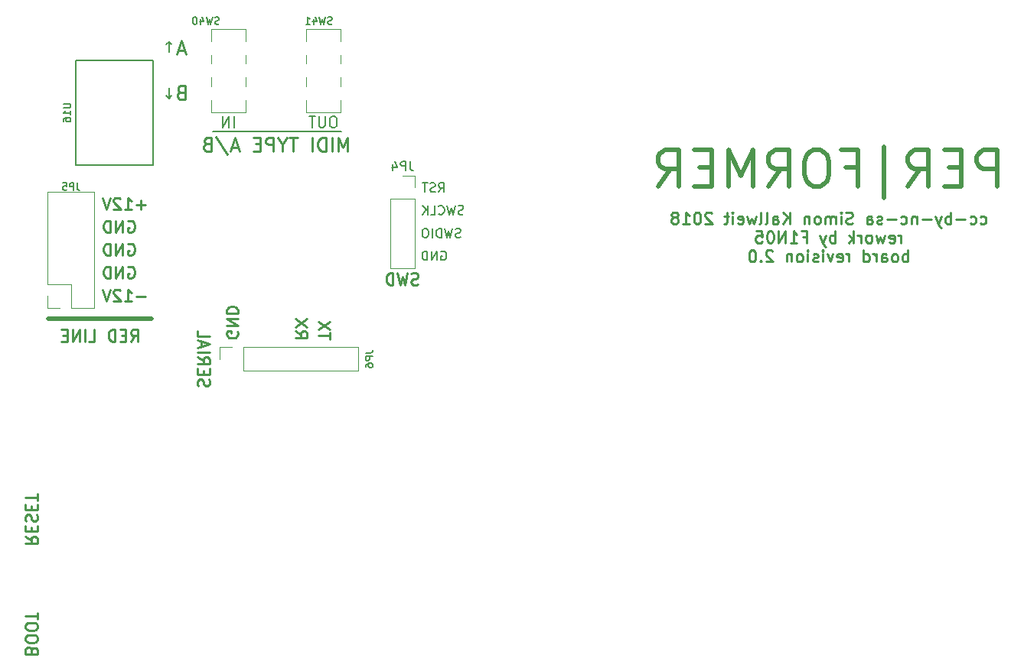
<source format=gbo>
G04 #@! TF.GenerationSoftware,KiCad,Pcbnew,6.0.1-79c1e3a40b~116~ubuntu21.04.1*
G04 #@! TF.CreationDate,2023-10-19T20:46:09+02:00*
G04 #@! TF.ProjectId,sequencer,73657175-656e-4636-9572-2e6b69636164,1.1*
G04 #@! TF.SameCoordinates,Original*
G04 #@! TF.FileFunction,Legend,Bot*
G04 #@! TF.FilePolarity,Positive*
%FSLAX46Y46*%
G04 Gerber Fmt 4.6, Leading zero omitted, Abs format (unit mm)*
G04 Created by KiCad (PCBNEW 6.0.1-79c1e3a40b~116~ubuntu21.04.1) date 2023-10-19 20:46:09*
%MOMM*%
%LPD*%
G01*
G04 APERTURE LIST*
%ADD10C,0.500000*%
%ADD11C,0.150000*%
%ADD12C,0.250000*%
%ADD13C,0.200000*%
%ADD14C,0.127000*%
%ADD15C,0.120000*%
G04 APERTURE END LIST*
D10*
X81280000Y-85725000D02*
X92710000Y-85725000D01*
D11*
X99500000Y-64970000D02*
X113750000Y-64970000D01*
D12*
X112471904Y-87978690D02*
X112471904Y-87235833D01*
X111171904Y-87607261D02*
X112471904Y-87607261D01*
X112471904Y-86926309D02*
X111171904Y-86059642D01*
X112471904Y-86059642D02*
X111171904Y-86926309D01*
X102250000Y-87112023D02*
X102311904Y-87235833D01*
X102311904Y-87421547D01*
X102250000Y-87607261D01*
X102126190Y-87731071D01*
X102002380Y-87792976D01*
X101754761Y-87854880D01*
X101569047Y-87854880D01*
X101321428Y-87792976D01*
X101197619Y-87731071D01*
X101073809Y-87607261D01*
X101011904Y-87421547D01*
X101011904Y-87297738D01*
X101073809Y-87112023D01*
X101135714Y-87050119D01*
X101569047Y-87050119D01*
X101569047Y-87297738D01*
X101011904Y-86492976D02*
X102311904Y-86492976D01*
X101011904Y-85750119D01*
X102311904Y-85750119D01*
X101011904Y-85131071D02*
X102311904Y-85131071D01*
X102311904Y-84821547D01*
X102250000Y-84635833D01*
X102126190Y-84512023D01*
X102002380Y-84450119D01*
X101754761Y-84388214D01*
X101569047Y-84388214D01*
X101321428Y-84450119D01*
X101197619Y-84512023D01*
X101073809Y-84635833D01*
X101011904Y-84821547D01*
X101011904Y-85131071D01*
X90128928Y-77455000D02*
X90252738Y-77393095D01*
X90438452Y-77393095D01*
X90624166Y-77455000D01*
X90747976Y-77578809D01*
X90809880Y-77702619D01*
X90871785Y-77950238D01*
X90871785Y-78135952D01*
X90809880Y-78383571D01*
X90747976Y-78507380D01*
X90624166Y-78631190D01*
X90438452Y-78693095D01*
X90314642Y-78693095D01*
X90128928Y-78631190D01*
X90067023Y-78569285D01*
X90067023Y-78135952D01*
X90314642Y-78135952D01*
X89509880Y-78693095D02*
X89509880Y-77393095D01*
X88767023Y-78693095D01*
X88767023Y-77393095D01*
X88147976Y-78693095D02*
X88147976Y-77393095D01*
X87838452Y-77393095D01*
X87652738Y-77455000D01*
X87528928Y-77578809D01*
X87467023Y-77702619D01*
X87405119Y-77950238D01*
X87405119Y-78135952D01*
X87467023Y-78383571D01*
X87528928Y-78507380D01*
X87652738Y-78631190D01*
X87838452Y-78693095D01*
X88147976Y-78693095D01*
X90128928Y-74915000D02*
X90252738Y-74853095D01*
X90438452Y-74853095D01*
X90624166Y-74915000D01*
X90747976Y-75038809D01*
X90809880Y-75162619D01*
X90871785Y-75410238D01*
X90871785Y-75595952D01*
X90809880Y-75843571D01*
X90747976Y-75967380D01*
X90624166Y-76091190D01*
X90438452Y-76153095D01*
X90314642Y-76153095D01*
X90128928Y-76091190D01*
X90067023Y-76029285D01*
X90067023Y-75595952D01*
X90314642Y-75595952D01*
X89509880Y-76153095D02*
X89509880Y-74853095D01*
X88767023Y-76153095D01*
X88767023Y-74853095D01*
X88147976Y-76153095D02*
X88147976Y-74853095D01*
X87838452Y-74853095D01*
X87652738Y-74915000D01*
X87528928Y-75038809D01*
X87467023Y-75162619D01*
X87405119Y-75410238D01*
X87405119Y-75595952D01*
X87467023Y-75843571D01*
X87528928Y-75967380D01*
X87652738Y-76091190D01*
X87838452Y-76153095D01*
X88147976Y-76153095D01*
X92047976Y-83277857D02*
X91057500Y-83277857D01*
X89757500Y-83773095D02*
X90500357Y-83773095D01*
X90128928Y-83773095D02*
X90128928Y-82473095D01*
X90252738Y-82658809D01*
X90376547Y-82782619D01*
X90500357Y-82844523D01*
X89262261Y-82596904D02*
X89200357Y-82535000D01*
X89076547Y-82473095D01*
X88767023Y-82473095D01*
X88643214Y-82535000D01*
X88581309Y-82596904D01*
X88519404Y-82720714D01*
X88519404Y-82844523D01*
X88581309Y-83030238D01*
X89324166Y-83773095D01*
X88519404Y-83773095D01*
X88147976Y-82473095D02*
X87714642Y-83773095D01*
X87281309Y-82473095D01*
X92047976Y-73117857D02*
X91057500Y-73117857D01*
X91552738Y-73613095D02*
X91552738Y-72622619D01*
X89757500Y-73613095D02*
X90500357Y-73613095D01*
X90128928Y-73613095D02*
X90128928Y-72313095D01*
X90252738Y-72498809D01*
X90376547Y-72622619D01*
X90500357Y-72684523D01*
X89262261Y-72436904D02*
X89200357Y-72375000D01*
X89076547Y-72313095D01*
X88767023Y-72313095D01*
X88643214Y-72375000D01*
X88581309Y-72436904D01*
X88519404Y-72560714D01*
X88519404Y-72684523D01*
X88581309Y-72870238D01*
X89324166Y-73613095D01*
X88519404Y-73613095D01*
X88147976Y-72313095D02*
X87714642Y-73613095D01*
X87281309Y-72313095D01*
X97898809Y-93172380D02*
X97836904Y-92986666D01*
X97836904Y-92677142D01*
X97898809Y-92553333D01*
X97960714Y-92491428D01*
X98084523Y-92429523D01*
X98208333Y-92429523D01*
X98332142Y-92491428D01*
X98394047Y-92553333D01*
X98455952Y-92677142D01*
X98517857Y-92924761D01*
X98579761Y-93048571D01*
X98641666Y-93110476D01*
X98765476Y-93172380D01*
X98889285Y-93172380D01*
X99013095Y-93110476D01*
X99075000Y-93048571D01*
X99136904Y-92924761D01*
X99136904Y-92615238D01*
X99075000Y-92429523D01*
X98517857Y-91872380D02*
X98517857Y-91439047D01*
X97836904Y-91253333D02*
X97836904Y-91872380D01*
X99136904Y-91872380D01*
X99136904Y-91253333D01*
X97836904Y-89953333D02*
X98455952Y-90386666D01*
X97836904Y-90696190D02*
X99136904Y-90696190D01*
X99136904Y-90200952D01*
X99075000Y-90077142D01*
X99013095Y-90015238D01*
X98889285Y-89953333D01*
X98703571Y-89953333D01*
X98579761Y-90015238D01*
X98517857Y-90077142D01*
X98455952Y-90200952D01*
X98455952Y-90696190D01*
X97836904Y-89396190D02*
X99136904Y-89396190D01*
X98208333Y-88839047D02*
X98208333Y-88220000D01*
X97836904Y-88962857D02*
X99136904Y-88529523D01*
X97836904Y-88096190D01*
X97836904Y-87043809D02*
X97836904Y-87662857D01*
X99136904Y-87662857D01*
X78786904Y-109838095D02*
X79405952Y-110271428D01*
X78786904Y-110580952D02*
X80086904Y-110580952D01*
X80086904Y-110085714D01*
X80025000Y-109961904D01*
X79963095Y-109900000D01*
X79839285Y-109838095D01*
X79653571Y-109838095D01*
X79529761Y-109900000D01*
X79467857Y-109961904D01*
X79405952Y-110085714D01*
X79405952Y-110580952D01*
X79467857Y-109280952D02*
X79467857Y-108847619D01*
X78786904Y-108661904D02*
X78786904Y-109280952D01*
X80086904Y-109280952D01*
X80086904Y-108661904D01*
X78848809Y-108166666D02*
X78786904Y-107980952D01*
X78786904Y-107671428D01*
X78848809Y-107547619D01*
X78910714Y-107485714D01*
X79034523Y-107423809D01*
X79158333Y-107423809D01*
X79282142Y-107485714D01*
X79344047Y-107547619D01*
X79405952Y-107671428D01*
X79467857Y-107919047D01*
X79529761Y-108042857D01*
X79591666Y-108104761D01*
X79715476Y-108166666D01*
X79839285Y-108166666D01*
X79963095Y-108104761D01*
X80025000Y-108042857D01*
X80086904Y-107919047D01*
X80086904Y-107609523D01*
X80025000Y-107423809D01*
X79467857Y-106866666D02*
X79467857Y-106433333D01*
X78786904Y-106247619D02*
X78786904Y-106866666D01*
X80086904Y-106866666D01*
X80086904Y-106247619D01*
X80086904Y-105876190D02*
X80086904Y-105133333D01*
X78786904Y-105504761D02*
X80086904Y-105504761D01*
X79467857Y-122414285D02*
X79405952Y-122228571D01*
X79344047Y-122166666D01*
X79220238Y-122104761D01*
X79034523Y-122104761D01*
X78910714Y-122166666D01*
X78848809Y-122228571D01*
X78786904Y-122352380D01*
X78786904Y-122847619D01*
X80086904Y-122847619D01*
X80086904Y-122414285D01*
X80025000Y-122290476D01*
X79963095Y-122228571D01*
X79839285Y-122166666D01*
X79715476Y-122166666D01*
X79591666Y-122228571D01*
X79529761Y-122290476D01*
X79467857Y-122414285D01*
X79467857Y-122847619D01*
X80086904Y-121300000D02*
X80086904Y-121052380D01*
X80025000Y-120928571D01*
X79901190Y-120804761D01*
X79653571Y-120742857D01*
X79220238Y-120742857D01*
X78972619Y-120804761D01*
X78848809Y-120928571D01*
X78786904Y-121052380D01*
X78786904Y-121300000D01*
X78848809Y-121423809D01*
X78972619Y-121547619D01*
X79220238Y-121609523D01*
X79653571Y-121609523D01*
X79901190Y-121547619D01*
X80025000Y-121423809D01*
X80086904Y-121300000D01*
X80086904Y-119938095D02*
X80086904Y-119690476D01*
X80025000Y-119566666D01*
X79901190Y-119442857D01*
X79653571Y-119380952D01*
X79220238Y-119380952D01*
X78972619Y-119442857D01*
X78848809Y-119566666D01*
X78786904Y-119690476D01*
X78786904Y-119938095D01*
X78848809Y-120061904D01*
X78972619Y-120185714D01*
X79220238Y-120247619D01*
X79653571Y-120247619D01*
X79901190Y-120185714D01*
X80025000Y-120061904D01*
X80086904Y-119938095D01*
X80086904Y-119009523D02*
X80086904Y-118266666D01*
X78786904Y-118638095D02*
X80086904Y-118638095D01*
X96407142Y-55970000D02*
X95692857Y-55970000D01*
X96550000Y-56398571D02*
X96050000Y-54898571D01*
X95550000Y-56398571D01*
X95942857Y-60612857D02*
X95728571Y-60684285D01*
X95657142Y-60755714D01*
X95585714Y-60898571D01*
X95585714Y-61112857D01*
X95657142Y-61255714D01*
X95728571Y-61327142D01*
X95871428Y-61398571D01*
X96442857Y-61398571D01*
X96442857Y-59898571D01*
X95942857Y-59898571D01*
X95800000Y-59970000D01*
X95728571Y-60041428D01*
X95657142Y-60184285D01*
X95657142Y-60327142D01*
X95728571Y-60470000D01*
X95800000Y-60541428D01*
X95942857Y-60612857D01*
X96442857Y-60612857D01*
D13*
X94650000Y-56184285D02*
X94650000Y-55041428D01*
X94935714Y-55327142D02*
X94650000Y-55041428D01*
X94364285Y-55327142D01*
D12*
X90128928Y-79995000D02*
X90252738Y-79933095D01*
X90438452Y-79933095D01*
X90624166Y-79995000D01*
X90747976Y-80118809D01*
X90809880Y-80242619D01*
X90871785Y-80490238D01*
X90871785Y-80675952D01*
X90809880Y-80923571D01*
X90747976Y-81047380D01*
X90624166Y-81171190D01*
X90438452Y-81233095D01*
X90314642Y-81233095D01*
X90128928Y-81171190D01*
X90067023Y-81109285D01*
X90067023Y-80675952D01*
X90314642Y-80675952D01*
X89509880Y-81233095D02*
X89509880Y-79933095D01*
X88767023Y-81233095D01*
X88767023Y-79933095D01*
X88147976Y-81233095D02*
X88147976Y-79933095D01*
X87838452Y-79933095D01*
X87652738Y-79995000D01*
X87528928Y-80118809D01*
X87467023Y-80242619D01*
X87405119Y-80490238D01*
X87405119Y-80675952D01*
X87467023Y-80923571D01*
X87528928Y-81047380D01*
X87652738Y-81171190D01*
X87838452Y-81233095D01*
X88147976Y-81233095D01*
D13*
X126919047Y-76674761D02*
X126776190Y-76722380D01*
X126538095Y-76722380D01*
X126442857Y-76674761D01*
X126395238Y-76627142D01*
X126347619Y-76531904D01*
X126347619Y-76436666D01*
X126395238Y-76341428D01*
X126442857Y-76293809D01*
X126538095Y-76246190D01*
X126728571Y-76198571D01*
X126823809Y-76150952D01*
X126871428Y-76103333D01*
X126919047Y-76008095D01*
X126919047Y-75912857D01*
X126871428Y-75817619D01*
X126823809Y-75770000D01*
X126728571Y-75722380D01*
X126490476Y-75722380D01*
X126347619Y-75770000D01*
X126014285Y-75722380D02*
X125776190Y-76722380D01*
X125585714Y-76008095D01*
X125395238Y-76722380D01*
X125157142Y-75722380D01*
X124776190Y-76722380D02*
X124776190Y-75722380D01*
X124538095Y-75722380D01*
X124395238Y-75770000D01*
X124300000Y-75865238D01*
X124252380Y-75960476D01*
X124204761Y-76150952D01*
X124204761Y-76293809D01*
X124252380Y-76484285D01*
X124300000Y-76579523D01*
X124395238Y-76674761D01*
X124538095Y-76722380D01*
X124776190Y-76722380D01*
X123776190Y-76722380D02*
X123776190Y-75722380D01*
X123109523Y-75722380D02*
X122919047Y-75722380D01*
X122823809Y-75770000D01*
X122728571Y-75865238D01*
X122680952Y-76055714D01*
X122680952Y-76389047D01*
X122728571Y-76579523D01*
X122823809Y-76674761D01*
X122919047Y-76722380D01*
X123109523Y-76722380D01*
X123204761Y-76674761D01*
X123300000Y-76579523D01*
X123347619Y-76389047D01*
X123347619Y-76055714D01*
X123300000Y-75865238D01*
X123204761Y-75770000D01*
X123109523Y-75722380D01*
D12*
X90430714Y-88218095D02*
X90864047Y-87599047D01*
X91173571Y-88218095D02*
X91173571Y-86918095D01*
X90678333Y-86918095D01*
X90554523Y-86980000D01*
X90492619Y-87041904D01*
X90430714Y-87165714D01*
X90430714Y-87351428D01*
X90492619Y-87475238D01*
X90554523Y-87537142D01*
X90678333Y-87599047D01*
X91173571Y-87599047D01*
X89873571Y-87537142D02*
X89440238Y-87537142D01*
X89254523Y-88218095D02*
X89873571Y-88218095D01*
X89873571Y-86918095D01*
X89254523Y-86918095D01*
X88697380Y-88218095D02*
X88697380Y-86918095D01*
X88387857Y-86918095D01*
X88202142Y-86980000D01*
X88078333Y-87103809D01*
X88016428Y-87227619D01*
X87954523Y-87475238D01*
X87954523Y-87660952D01*
X88016428Y-87908571D01*
X88078333Y-88032380D01*
X88202142Y-88156190D01*
X88387857Y-88218095D01*
X88697380Y-88218095D01*
X85787857Y-88218095D02*
X86406904Y-88218095D01*
X86406904Y-86918095D01*
X85354523Y-88218095D02*
X85354523Y-86918095D01*
X84735476Y-88218095D02*
X84735476Y-86918095D01*
X83992619Y-88218095D01*
X83992619Y-86918095D01*
X83373571Y-87537142D02*
X82940238Y-87537142D01*
X82754523Y-88218095D02*
X83373571Y-88218095D01*
X83373571Y-86918095D01*
X82754523Y-86918095D01*
D13*
X124497619Y-71672380D02*
X124830952Y-71196190D01*
X125069047Y-71672380D02*
X125069047Y-70672380D01*
X124688095Y-70672380D01*
X124592857Y-70720000D01*
X124545238Y-70767619D01*
X124497619Y-70862857D01*
X124497619Y-71005714D01*
X124545238Y-71100952D01*
X124592857Y-71148571D01*
X124688095Y-71196190D01*
X125069047Y-71196190D01*
X124116666Y-71624761D02*
X123973809Y-71672380D01*
X123735714Y-71672380D01*
X123640476Y-71624761D01*
X123592857Y-71577142D01*
X123545238Y-71481904D01*
X123545238Y-71386666D01*
X123592857Y-71291428D01*
X123640476Y-71243809D01*
X123735714Y-71196190D01*
X123926190Y-71148571D01*
X124021428Y-71100952D01*
X124069047Y-71053333D01*
X124116666Y-70958095D01*
X124116666Y-70862857D01*
X124069047Y-70767619D01*
X124021428Y-70720000D01*
X123926190Y-70672380D01*
X123688095Y-70672380D01*
X123545238Y-70720000D01*
X123259523Y-70672380D02*
X122688095Y-70672380D01*
X122973809Y-71672380D02*
X122973809Y-70672380D01*
X101878571Y-64512857D02*
X101878571Y-63312857D01*
X101307142Y-64512857D02*
X101307142Y-63312857D01*
X100621428Y-64512857D01*
X100621428Y-63312857D01*
X112950000Y-63312857D02*
X112721428Y-63312857D01*
X112607142Y-63370000D01*
X112492857Y-63484285D01*
X112435714Y-63712857D01*
X112435714Y-64112857D01*
X112492857Y-64341428D01*
X112607142Y-64455714D01*
X112721428Y-64512857D01*
X112950000Y-64512857D01*
X113064285Y-64455714D01*
X113178571Y-64341428D01*
X113235714Y-64112857D01*
X113235714Y-63712857D01*
X113178571Y-63484285D01*
X113064285Y-63370000D01*
X112950000Y-63312857D01*
X111921428Y-63312857D02*
X111921428Y-64284285D01*
X111864285Y-64398571D01*
X111807142Y-64455714D01*
X111692857Y-64512857D01*
X111464285Y-64512857D01*
X111350000Y-64455714D01*
X111292857Y-64398571D01*
X111235714Y-64284285D01*
X111235714Y-63312857D01*
X110835714Y-63312857D02*
X110150000Y-63312857D01*
X110492857Y-64512857D02*
X110492857Y-63312857D01*
X94650000Y-60155714D02*
X94650000Y-61298571D01*
X94364285Y-61012857D02*
X94650000Y-61298571D01*
X94935714Y-61012857D01*
D12*
X184416190Y-75153190D02*
X184540000Y-75215095D01*
X184787619Y-75215095D01*
X184911428Y-75153190D01*
X184973333Y-75091285D01*
X185035238Y-74967476D01*
X185035238Y-74596047D01*
X184973333Y-74472238D01*
X184911428Y-74410333D01*
X184787619Y-74348428D01*
X184540000Y-74348428D01*
X184416190Y-74410333D01*
X183301904Y-75153190D02*
X183425714Y-75215095D01*
X183673333Y-75215095D01*
X183797142Y-75153190D01*
X183859047Y-75091285D01*
X183920952Y-74967476D01*
X183920952Y-74596047D01*
X183859047Y-74472238D01*
X183797142Y-74410333D01*
X183673333Y-74348428D01*
X183425714Y-74348428D01*
X183301904Y-74410333D01*
X182744761Y-74719857D02*
X181754285Y-74719857D01*
X181135238Y-75215095D02*
X181135238Y-73915095D01*
X181135238Y-74410333D02*
X181011428Y-74348428D01*
X180763809Y-74348428D01*
X180640000Y-74410333D01*
X180578095Y-74472238D01*
X180516190Y-74596047D01*
X180516190Y-74967476D01*
X180578095Y-75091285D01*
X180640000Y-75153190D01*
X180763809Y-75215095D01*
X181011428Y-75215095D01*
X181135238Y-75153190D01*
X180082857Y-74348428D02*
X179773333Y-75215095D01*
X179463809Y-74348428D02*
X179773333Y-75215095D01*
X179897142Y-75524619D01*
X179959047Y-75586523D01*
X180082857Y-75648428D01*
X178968571Y-74719857D02*
X177978095Y-74719857D01*
X177359047Y-74348428D02*
X177359047Y-75215095D01*
X177359047Y-74472238D02*
X177297142Y-74410333D01*
X177173333Y-74348428D01*
X176987619Y-74348428D01*
X176863809Y-74410333D01*
X176801904Y-74534142D01*
X176801904Y-75215095D01*
X175625714Y-75153190D02*
X175749523Y-75215095D01*
X175997142Y-75215095D01*
X176120952Y-75153190D01*
X176182857Y-75091285D01*
X176244761Y-74967476D01*
X176244761Y-74596047D01*
X176182857Y-74472238D01*
X176120952Y-74410333D01*
X175997142Y-74348428D01*
X175749523Y-74348428D01*
X175625714Y-74410333D01*
X175068571Y-74719857D02*
X174078095Y-74719857D01*
X173520952Y-75153190D02*
X173397142Y-75215095D01*
X173149523Y-75215095D01*
X173025714Y-75153190D01*
X172963809Y-75029380D01*
X172963809Y-74967476D01*
X173025714Y-74843666D01*
X173149523Y-74781761D01*
X173335238Y-74781761D01*
X173459047Y-74719857D01*
X173520952Y-74596047D01*
X173520952Y-74534142D01*
X173459047Y-74410333D01*
X173335238Y-74348428D01*
X173149523Y-74348428D01*
X173025714Y-74410333D01*
X171849523Y-75215095D02*
X171849523Y-74534142D01*
X171911428Y-74410333D01*
X172035238Y-74348428D01*
X172282857Y-74348428D01*
X172406666Y-74410333D01*
X171849523Y-75153190D02*
X171973333Y-75215095D01*
X172282857Y-75215095D01*
X172406666Y-75153190D01*
X172468571Y-75029380D01*
X172468571Y-74905571D01*
X172406666Y-74781761D01*
X172282857Y-74719857D01*
X171973333Y-74719857D01*
X171849523Y-74657952D01*
X170301904Y-75153190D02*
X170116190Y-75215095D01*
X169806666Y-75215095D01*
X169682857Y-75153190D01*
X169620952Y-75091285D01*
X169559047Y-74967476D01*
X169559047Y-74843666D01*
X169620952Y-74719857D01*
X169682857Y-74657952D01*
X169806666Y-74596047D01*
X170054285Y-74534142D01*
X170178095Y-74472238D01*
X170240000Y-74410333D01*
X170301904Y-74286523D01*
X170301904Y-74162714D01*
X170240000Y-74038904D01*
X170178095Y-73977000D01*
X170054285Y-73915095D01*
X169744761Y-73915095D01*
X169559047Y-73977000D01*
X169001904Y-75215095D02*
X169001904Y-74348428D01*
X169001904Y-73915095D02*
X169063809Y-73977000D01*
X169001904Y-74038904D01*
X168940000Y-73977000D01*
X169001904Y-73915095D01*
X169001904Y-74038904D01*
X168382857Y-75215095D02*
X168382857Y-74348428D01*
X168382857Y-74472238D02*
X168320952Y-74410333D01*
X168197142Y-74348428D01*
X168011428Y-74348428D01*
X167887619Y-74410333D01*
X167825714Y-74534142D01*
X167825714Y-75215095D01*
X167825714Y-74534142D02*
X167763809Y-74410333D01*
X167640000Y-74348428D01*
X167454285Y-74348428D01*
X167330476Y-74410333D01*
X167268571Y-74534142D01*
X167268571Y-75215095D01*
X166463809Y-75215095D02*
X166587619Y-75153190D01*
X166649523Y-75091285D01*
X166711428Y-74967476D01*
X166711428Y-74596047D01*
X166649523Y-74472238D01*
X166587619Y-74410333D01*
X166463809Y-74348428D01*
X166278095Y-74348428D01*
X166154285Y-74410333D01*
X166092380Y-74472238D01*
X166030476Y-74596047D01*
X166030476Y-74967476D01*
X166092380Y-75091285D01*
X166154285Y-75153190D01*
X166278095Y-75215095D01*
X166463809Y-75215095D01*
X165473333Y-74348428D02*
X165473333Y-75215095D01*
X165473333Y-74472238D02*
X165411428Y-74410333D01*
X165287619Y-74348428D01*
X165101904Y-74348428D01*
X164978095Y-74410333D01*
X164916190Y-74534142D01*
X164916190Y-75215095D01*
X163306666Y-75215095D02*
X163306666Y-73915095D01*
X162563809Y-75215095D02*
X163120952Y-74472238D01*
X162563809Y-73915095D02*
X163306666Y-74657952D01*
X161449523Y-75215095D02*
X161449523Y-74534142D01*
X161511428Y-74410333D01*
X161635238Y-74348428D01*
X161882857Y-74348428D01*
X162006666Y-74410333D01*
X161449523Y-75153190D02*
X161573333Y-75215095D01*
X161882857Y-75215095D01*
X162006666Y-75153190D01*
X162068571Y-75029380D01*
X162068571Y-74905571D01*
X162006666Y-74781761D01*
X161882857Y-74719857D01*
X161573333Y-74719857D01*
X161449523Y-74657952D01*
X160644761Y-75215095D02*
X160768571Y-75153190D01*
X160830476Y-75029380D01*
X160830476Y-73915095D01*
X159963809Y-75215095D02*
X160087619Y-75153190D01*
X160149523Y-75029380D01*
X160149523Y-73915095D01*
X159592380Y-74348428D02*
X159344761Y-75215095D01*
X159097142Y-74596047D01*
X158849523Y-75215095D01*
X158601904Y-74348428D01*
X157611428Y-75153190D02*
X157735238Y-75215095D01*
X157982857Y-75215095D01*
X158106666Y-75153190D01*
X158168571Y-75029380D01*
X158168571Y-74534142D01*
X158106666Y-74410333D01*
X157982857Y-74348428D01*
X157735238Y-74348428D01*
X157611428Y-74410333D01*
X157549523Y-74534142D01*
X157549523Y-74657952D01*
X158168571Y-74781761D01*
X156992380Y-75215095D02*
X156992380Y-74348428D01*
X156992380Y-73915095D02*
X157054285Y-73977000D01*
X156992380Y-74038904D01*
X156930476Y-73977000D01*
X156992380Y-73915095D01*
X156992380Y-74038904D01*
X156559047Y-74348428D02*
X156063809Y-74348428D01*
X156373333Y-73915095D02*
X156373333Y-75029380D01*
X156311428Y-75153190D01*
X156187619Y-75215095D01*
X156063809Y-75215095D01*
X154701904Y-74038904D02*
X154640000Y-73977000D01*
X154516190Y-73915095D01*
X154206666Y-73915095D01*
X154082857Y-73977000D01*
X154020952Y-74038904D01*
X153959047Y-74162714D01*
X153959047Y-74286523D01*
X154020952Y-74472238D01*
X154763809Y-75215095D01*
X153959047Y-75215095D01*
X153154285Y-73915095D02*
X153030476Y-73915095D01*
X152906666Y-73977000D01*
X152844761Y-74038904D01*
X152782857Y-74162714D01*
X152720952Y-74410333D01*
X152720952Y-74719857D01*
X152782857Y-74967476D01*
X152844761Y-75091285D01*
X152906666Y-75153190D01*
X153030476Y-75215095D01*
X153154285Y-75215095D01*
X153278095Y-75153190D01*
X153340000Y-75091285D01*
X153401904Y-74967476D01*
X153463809Y-74719857D01*
X153463809Y-74410333D01*
X153401904Y-74162714D01*
X153340000Y-74038904D01*
X153278095Y-73977000D01*
X153154285Y-73915095D01*
X151482857Y-75215095D02*
X152225714Y-75215095D01*
X151854285Y-75215095D02*
X151854285Y-73915095D01*
X151978095Y-74100809D01*
X152101904Y-74224619D01*
X152225714Y-74286523D01*
X150740000Y-74472238D02*
X150863809Y-74410333D01*
X150925714Y-74348428D01*
X150987619Y-74224619D01*
X150987619Y-74162714D01*
X150925714Y-74038904D01*
X150863809Y-73977000D01*
X150740000Y-73915095D01*
X150492380Y-73915095D01*
X150368571Y-73977000D01*
X150306666Y-74038904D01*
X150244761Y-74162714D01*
X150244761Y-74224619D01*
X150306666Y-74348428D01*
X150368571Y-74410333D01*
X150492380Y-74472238D01*
X150740000Y-74472238D01*
X150863809Y-74534142D01*
X150925714Y-74596047D01*
X150987619Y-74719857D01*
X150987619Y-74967476D01*
X150925714Y-75091285D01*
X150863809Y-75153190D01*
X150740000Y-75215095D01*
X150492380Y-75215095D01*
X150368571Y-75153190D01*
X150306666Y-75091285D01*
X150244761Y-74967476D01*
X150244761Y-74719857D01*
X150306666Y-74596047D01*
X150368571Y-74534142D01*
X150492380Y-74472238D01*
X175656666Y-77308095D02*
X175656666Y-76441428D01*
X175656666Y-76689047D02*
X175594761Y-76565238D01*
X175532857Y-76503333D01*
X175409047Y-76441428D01*
X175285238Y-76441428D01*
X174356666Y-77246190D02*
X174480476Y-77308095D01*
X174728095Y-77308095D01*
X174851904Y-77246190D01*
X174913809Y-77122380D01*
X174913809Y-76627142D01*
X174851904Y-76503333D01*
X174728095Y-76441428D01*
X174480476Y-76441428D01*
X174356666Y-76503333D01*
X174294761Y-76627142D01*
X174294761Y-76750952D01*
X174913809Y-76874761D01*
X173861428Y-76441428D02*
X173613809Y-77308095D01*
X173366190Y-76689047D01*
X173118571Y-77308095D01*
X172870952Y-76441428D01*
X172190000Y-77308095D02*
X172313809Y-77246190D01*
X172375714Y-77184285D01*
X172437619Y-77060476D01*
X172437619Y-76689047D01*
X172375714Y-76565238D01*
X172313809Y-76503333D01*
X172190000Y-76441428D01*
X172004285Y-76441428D01*
X171880476Y-76503333D01*
X171818571Y-76565238D01*
X171756666Y-76689047D01*
X171756666Y-77060476D01*
X171818571Y-77184285D01*
X171880476Y-77246190D01*
X172004285Y-77308095D01*
X172190000Y-77308095D01*
X171199523Y-77308095D02*
X171199523Y-76441428D01*
X171199523Y-76689047D02*
X171137619Y-76565238D01*
X171075714Y-76503333D01*
X170951904Y-76441428D01*
X170828095Y-76441428D01*
X170394761Y-77308095D02*
X170394761Y-76008095D01*
X170270952Y-76812857D02*
X169899523Y-77308095D01*
X169899523Y-76441428D02*
X170394761Y-76936666D01*
X168351904Y-77308095D02*
X168351904Y-76008095D01*
X168351904Y-76503333D02*
X168228095Y-76441428D01*
X167980476Y-76441428D01*
X167856666Y-76503333D01*
X167794761Y-76565238D01*
X167732857Y-76689047D01*
X167732857Y-77060476D01*
X167794761Y-77184285D01*
X167856666Y-77246190D01*
X167980476Y-77308095D01*
X168228095Y-77308095D01*
X168351904Y-77246190D01*
X167299523Y-76441428D02*
X166990000Y-77308095D01*
X166680476Y-76441428D02*
X166990000Y-77308095D01*
X167113809Y-77617619D01*
X167175714Y-77679523D01*
X167299523Y-77741428D01*
X164761428Y-76627142D02*
X165194761Y-76627142D01*
X165194761Y-77308095D02*
X165194761Y-76008095D01*
X164575714Y-76008095D01*
X163399523Y-77308095D02*
X164142380Y-77308095D01*
X163770952Y-77308095D02*
X163770952Y-76008095D01*
X163894761Y-76193809D01*
X164018571Y-76317619D01*
X164142380Y-76379523D01*
X162842380Y-77308095D02*
X162842380Y-76008095D01*
X162099523Y-77308095D01*
X162099523Y-76008095D01*
X161232857Y-76008095D02*
X161109047Y-76008095D01*
X160985238Y-76070000D01*
X160923333Y-76131904D01*
X160861428Y-76255714D01*
X160799523Y-76503333D01*
X160799523Y-76812857D01*
X160861428Y-77060476D01*
X160923333Y-77184285D01*
X160985238Y-77246190D01*
X161109047Y-77308095D01*
X161232857Y-77308095D01*
X161356666Y-77246190D01*
X161418571Y-77184285D01*
X161480476Y-77060476D01*
X161542380Y-76812857D01*
X161542380Y-76503333D01*
X161480476Y-76255714D01*
X161418571Y-76131904D01*
X161356666Y-76070000D01*
X161232857Y-76008095D01*
X159623333Y-76008095D02*
X160242380Y-76008095D01*
X160304285Y-76627142D01*
X160242380Y-76565238D01*
X160118571Y-76503333D01*
X159809047Y-76503333D01*
X159685238Y-76565238D01*
X159623333Y-76627142D01*
X159561428Y-76750952D01*
X159561428Y-77060476D01*
X159623333Y-77184285D01*
X159685238Y-77246190D01*
X159809047Y-77308095D01*
X160118571Y-77308095D01*
X160242380Y-77246190D01*
X160304285Y-77184285D01*
X176399523Y-79401095D02*
X176399523Y-78101095D01*
X176399523Y-78596333D02*
X176275714Y-78534428D01*
X176028095Y-78534428D01*
X175904285Y-78596333D01*
X175842380Y-78658238D01*
X175780476Y-78782047D01*
X175780476Y-79153476D01*
X175842380Y-79277285D01*
X175904285Y-79339190D01*
X176028095Y-79401095D01*
X176275714Y-79401095D01*
X176399523Y-79339190D01*
X175037619Y-79401095D02*
X175161428Y-79339190D01*
X175223333Y-79277285D01*
X175285238Y-79153476D01*
X175285238Y-78782047D01*
X175223333Y-78658238D01*
X175161428Y-78596333D01*
X175037619Y-78534428D01*
X174851904Y-78534428D01*
X174728095Y-78596333D01*
X174666190Y-78658238D01*
X174604285Y-78782047D01*
X174604285Y-79153476D01*
X174666190Y-79277285D01*
X174728095Y-79339190D01*
X174851904Y-79401095D01*
X175037619Y-79401095D01*
X173490000Y-79401095D02*
X173490000Y-78720142D01*
X173551904Y-78596333D01*
X173675714Y-78534428D01*
X173923333Y-78534428D01*
X174047142Y-78596333D01*
X173490000Y-79339190D02*
X173613809Y-79401095D01*
X173923333Y-79401095D01*
X174047142Y-79339190D01*
X174109047Y-79215380D01*
X174109047Y-79091571D01*
X174047142Y-78967761D01*
X173923333Y-78905857D01*
X173613809Y-78905857D01*
X173490000Y-78843952D01*
X172870952Y-79401095D02*
X172870952Y-78534428D01*
X172870952Y-78782047D02*
X172809047Y-78658238D01*
X172747142Y-78596333D01*
X172623333Y-78534428D01*
X172499523Y-78534428D01*
X171509047Y-79401095D02*
X171509047Y-78101095D01*
X171509047Y-79339190D02*
X171632857Y-79401095D01*
X171880476Y-79401095D01*
X172004285Y-79339190D01*
X172066190Y-79277285D01*
X172128095Y-79153476D01*
X172128095Y-78782047D01*
X172066190Y-78658238D01*
X172004285Y-78596333D01*
X171880476Y-78534428D01*
X171632857Y-78534428D01*
X171509047Y-78596333D01*
X169899523Y-79401095D02*
X169899523Y-78534428D01*
X169899523Y-78782047D02*
X169837619Y-78658238D01*
X169775714Y-78596333D01*
X169651904Y-78534428D01*
X169528095Y-78534428D01*
X168599523Y-79339190D02*
X168723333Y-79401095D01*
X168970952Y-79401095D01*
X169094761Y-79339190D01*
X169156666Y-79215380D01*
X169156666Y-78720142D01*
X169094761Y-78596333D01*
X168970952Y-78534428D01*
X168723333Y-78534428D01*
X168599523Y-78596333D01*
X168537619Y-78720142D01*
X168537619Y-78843952D01*
X169156666Y-78967761D01*
X168104285Y-78534428D02*
X167794761Y-79401095D01*
X167485238Y-78534428D01*
X166990000Y-79401095D02*
X166990000Y-78534428D01*
X166990000Y-78101095D02*
X167051904Y-78163000D01*
X166990000Y-78224904D01*
X166928095Y-78163000D01*
X166990000Y-78101095D01*
X166990000Y-78224904D01*
X166432857Y-79339190D02*
X166309047Y-79401095D01*
X166061428Y-79401095D01*
X165937619Y-79339190D01*
X165875714Y-79215380D01*
X165875714Y-79153476D01*
X165937619Y-79029666D01*
X166061428Y-78967761D01*
X166247142Y-78967761D01*
X166370952Y-78905857D01*
X166432857Y-78782047D01*
X166432857Y-78720142D01*
X166370952Y-78596333D01*
X166247142Y-78534428D01*
X166061428Y-78534428D01*
X165937619Y-78596333D01*
X165318571Y-79401095D02*
X165318571Y-78534428D01*
X165318571Y-78101095D02*
X165380476Y-78163000D01*
X165318571Y-78224904D01*
X165256666Y-78163000D01*
X165318571Y-78101095D01*
X165318571Y-78224904D01*
X164513809Y-79401095D02*
X164637619Y-79339190D01*
X164699523Y-79277285D01*
X164761428Y-79153476D01*
X164761428Y-78782047D01*
X164699523Y-78658238D01*
X164637619Y-78596333D01*
X164513809Y-78534428D01*
X164328095Y-78534428D01*
X164204285Y-78596333D01*
X164142380Y-78658238D01*
X164080476Y-78782047D01*
X164080476Y-79153476D01*
X164142380Y-79277285D01*
X164204285Y-79339190D01*
X164328095Y-79401095D01*
X164513809Y-79401095D01*
X163523333Y-78534428D02*
X163523333Y-79401095D01*
X163523333Y-78658238D02*
X163461428Y-78596333D01*
X163337619Y-78534428D01*
X163151904Y-78534428D01*
X163028095Y-78596333D01*
X162966190Y-78720142D01*
X162966190Y-79401095D01*
X161418571Y-78224904D02*
X161356666Y-78163000D01*
X161232857Y-78101095D01*
X160923333Y-78101095D01*
X160799523Y-78163000D01*
X160737619Y-78224904D01*
X160675714Y-78348714D01*
X160675714Y-78472523D01*
X160737619Y-78658238D01*
X161480476Y-79401095D01*
X160675714Y-79401095D01*
X160118571Y-79277285D02*
X160056666Y-79339190D01*
X160118571Y-79401095D01*
X160180476Y-79339190D01*
X160118571Y-79277285D01*
X160118571Y-79401095D01*
X159251904Y-78101095D02*
X159128095Y-78101095D01*
X159004285Y-78163000D01*
X158942380Y-78224904D01*
X158880476Y-78348714D01*
X158818571Y-78596333D01*
X158818571Y-78905857D01*
X158880476Y-79153476D01*
X158942380Y-79277285D01*
X159004285Y-79339190D01*
X159128095Y-79401095D01*
X159251904Y-79401095D01*
X159375714Y-79339190D01*
X159437619Y-79277285D01*
X159499523Y-79153476D01*
X159561428Y-78905857D01*
X159561428Y-78596333D01*
X159499523Y-78348714D01*
X159437619Y-78224904D01*
X159375714Y-78163000D01*
X159251904Y-78101095D01*
X114428571Y-67148571D02*
X114428571Y-65648571D01*
X113928571Y-66720000D01*
X113428571Y-65648571D01*
X113428571Y-67148571D01*
X112714285Y-67148571D02*
X112714285Y-65648571D01*
X112000000Y-67148571D02*
X112000000Y-65648571D01*
X111642857Y-65648571D01*
X111428571Y-65720000D01*
X111285714Y-65862857D01*
X111214285Y-66005714D01*
X111142857Y-66291428D01*
X111142857Y-66505714D01*
X111214285Y-66791428D01*
X111285714Y-66934285D01*
X111428571Y-67077142D01*
X111642857Y-67148571D01*
X112000000Y-67148571D01*
X110500000Y-67148571D02*
X110500000Y-65648571D01*
X108857142Y-65648571D02*
X108000000Y-65648571D01*
X108428571Y-67148571D02*
X108428571Y-65648571D01*
X107214285Y-66434285D02*
X107214285Y-67148571D01*
X107714285Y-65648571D02*
X107214285Y-66434285D01*
X106714285Y-65648571D01*
X106214285Y-67148571D02*
X106214285Y-65648571D01*
X105642857Y-65648571D01*
X105500000Y-65720000D01*
X105428571Y-65791428D01*
X105357142Y-65934285D01*
X105357142Y-66148571D01*
X105428571Y-66291428D01*
X105500000Y-66362857D01*
X105642857Y-66434285D01*
X106214285Y-66434285D01*
X104714285Y-66362857D02*
X104214285Y-66362857D01*
X104000000Y-67148571D02*
X104714285Y-67148571D01*
X104714285Y-65648571D01*
X104000000Y-65648571D01*
X102285714Y-66720000D02*
X101571428Y-66720000D01*
X102428571Y-67148571D02*
X101928571Y-65648571D01*
X101428571Y-67148571D01*
X99857142Y-65577142D02*
X101142857Y-67505714D01*
X98857142Y-66362857D02*
X98642857Y-66434285D01*
X98571428Y-66505714D01*
X98500000Y-66648571D01*
X98500000Y-66862857D01*
X98571428Y-67005714D01*
X98642857Y-67077142D01*
X98785714Y-67148571D01*
X99357142Y-67148571D01*
X99357142Y-65648571D01*
X98857142Y-65648571D01*
X98714285Y-65720000D01*
X98642857Y-65791428D01*
X98571428Y-65934285D01*
X98571428Y-66077142D01*
X98642857Y-66220000D01*
X98714285Y-66291428D01*
X98857142Y-66362857D01*
X99357142Y-66362857D01*
D13*
X127211904Y-74124761D02*
X127069047Y-74172380D01*
X126830952Y-74172380D01*
X126735714Y-74124761D01*
X126688095Y-74077142D01*
X126640476Y-73981904D01*
X126640476Y-73886666D01*
X126688095Y-73791428D01*
X126735714Y-73743809D01*
X126830952Y-73696190D01*
X127021428Y-73648571D01*
X127116666Y-73600952D01*
X127164285Y-73553333D01*
X127211904Y-73458095D01*
X127211904Y-73362857D01*
X127164285Y-73267619D01*
X127116666Y-73220000D01*
X127021428Y-73172380D01*
X126783333Y-73172380D01*
X126640476Y-73220000D01*
X126307142Y-73172380D02*
X126069047Y-74172380D01*
X125878571Y-73458095D01*
X125688095Y-74172380D01*
X125450000Y-73172380D01*
X124497619Y-74077142D02*
X124545238Y-74124761D01*
X124688095Y-74172380D01*
X124783333Y-74172380D01*
X124926190Y-74124761D01*
X125021428Y-74029523D01*
X125069047Y-73934285D01*
X125116666Y-73743809D01*
X125116666Y-73600952D01*
X125069047Y-73410476D01*
X125021428Y-73315238D01*
X124926190Y-73220000D01*
X124783333Y-73172380D01*
X124688095Y-73172380D01*
X124545238Y-73220000D01*
X124497619Y-73267619D01*
X123592857Y-74172380D02*
X124069047Y-74172380D01*
X124069047Y-73172380D01*
X123259523Y-74172380D02*
X123259523Y-73172380D01*
X122688095Y-74172380D02*
X123116666Y-73600952D01*
X122688095Y-73172380D02*
X123259523Y-73743809D01*
D12*
X108631904Y-87050119D02*
X109250952Y-87483452D01*
X108631904Y-87792976D02*
X109931904Y-87792976D01*
X109931904Y-87297738D01*
X109870000Y-87173928D01*
X109808095Y-87112023D01*
X109684285Y-87050119D01*
X109498571Y-87050119D01*
X109374761Y-87112023D01*
X109312857Y-87173928D01*
X109250952Y-87297738D01*
X109250952Y-87792976D01*
X109931904Y-86616785D02*
X108631904Y-85750119D01*
X109931904Y-85750119D02*
X108631904Y-86616785D01*
D13*
X124761904Y-78270000D02*
X124857142Y-78222380D01*
X125000000Y-78222380D01*
X125142857Y-78270000D01*
X125238095Y-78365238D01*
X125285714Y-78460476D01*
X125333333Y-78650952D01*
X125333333Y-78793809D01*
X125285714Y-78984285D01*
X125238095Y-79079523D01*
X125142857Y-79174761D01*
X125000000Y-79222380D01*
X124904761Y-79222380D01*
X124761904Y-79174761D01*
X124714285Y-79127142D01*
X124714285Y-78793809D01*
X124904761Y-78793809D01*
X124285714Y-79222380D02*
X124285714Y-78222380D01*
X123714285Y-79222380D01*
X123714285Y-78222380D01*
X123238095Y-79222380D02*
X123238095Y-78222380D01*
X123000000Y-78222380D01*
X122857142Y-78270000D01*
X122761904Y-78365238D01*
X122714285Y-78460476D01*
X122666666Y-78650952D01*
X122666666Y-78793809D01*
X122714285Y-78984285D01*
X122761904Y-79079523D01*
X122857142Y-79174761D01*
X123000000Y-79222380D01*
X123238095Y-79222380D01*
D10*
X186306666Y-71024523D02*
X186306666Y-67024523D01*
X184782857Y-67024523D01*
X184401904Y-67215000D01*
X184211428Y-67405476D01*
X184020952Y-67786428D01*
X184020952Y-68357857D01*
X184211428Y-68738809D01*
X184401904Y-68929285D01*
X184782857Y-69119761D01*
X186306666Y-69119761D01*
X182306666Y-68929285D02*
X180973333Y-68929285D01*
X180401904Y-71024523D02*
X182306666Y-71024523D01*
X182306666Y-67024523D01*
X180401904Y-67024523D01*
X176401904Y-71024523D02*
X177735238Y-69119761D01*
X178687619Y-71024523D02*
X178687619Y-67024523D01*
X177163809Y-67024523D01*
X176782857Y-67215000D01*
X176592380Y-67405476D01*
X176401904Y-67786428D01*
X176401904Y-68357857D01*
X176592380Y-68738809D01*
X176782857Y-68929285D01*
X177163809Y-69119761D01*
X178687619Y-69119761D01*
X173735238Y-72357857D02*
X173735238Y-66643571D01*
X169544761Y-68929285D02*
X170878095Y-68929285D01*
X170878095Y-71024523D02*
X170878095Y-67024523D01*
X168973333Y-67024523D01*
X166687619Y-67024523D02*
X165925714Y-67024523D01*
X165544761Y-67215000D01*
X165163809Y-67595952D01*
X164973333Y-68357857D01*
X164973333Y-69691190D01*
X165163809Y-70453095D01*
X165544761Y-70834047D01*
X165925714Y-71024523D01*
X166687619Y-71024523D01*
X167068571Y-70834047D01*
X167449523Y-70453095D01*
X167640000Y-69691190D01*
X167640000Y-68357857D01*
X167449523Y-67595952D01*
X167068571Y-67215000D01*
X166687619Y-67024523D01*
X160973333Y-71024523D02*
X162306666Y-69119761D01*
X163259047Y-71024523D02*
X163259047Y-67024523D01*
X161735238Y-67024523D01*
X161354285Y-67215000D01*
X161163809Y-67405476D01*
X160973333Y-67786428D01*
X160973333Y-68357857D01*
X161163809Y-68738809D01*
X161354285Y-68929285D01*
X161735238Y-69119761D01*
X163259047Y-69119761D01*
X159259047Y-71024523D02*
X159259047Y-67024523D01*
X157925714Y-69881666D01*
X156592380Y-67024523D01*
X156592380Y-71024523D01*
X154687619Y-68929285D02*
X153354285Y-68929285D01*
X152782857Y-71024523D02*
X154687619Y-71024523D01*
X154687619Y-67024523D01*
X152782857Y-67024523D01*
X148782857Y-71024523D02*
X150116190Y-69119761D01*
X151068571Y-71024523D02*
X151068571Y-67024523D01*
X149544761Y-67024523D01*
X149163809Y-67215000D01*
X148973333Y-67405476D01*
X148782857Y-67786428D01*
X148782857Y-68357857D01*
X148973333Y-68738809D01*
X149163809Y-68929285D01*
X149544761Y-69119761D01*
X151068571Y-69119761D01*
D12*
X122214285Y-81896190D02*
X122028571Y-81958095D01*
X121719047Y-81958095D01*
X121595238Y-81896190D01*
X121533333Y-81834285D01*
X121471428Y-81710476D01*
X121471428Y-81586666D01*
X121533333Y-81462857D01*
X121595238Y-81400952D01*
X121719047Y-81339047D01*
X121966666Y-81277142D01*
X122090476Y-81215238D01*
X122152380Y-81153333D01*
X122214285Y-81029523D01*
X122214285Y-80905714D01*
X122152380Y-80781904D01*
X122090476Y-80720000D01*
X121966666Y-80658095D01*
X121657142Y-80658095D01*
X121471428Y-80720000D01*
X121038095Y-80658095D02*
X120728571Y-81958095D01*
X120480952Y-81029523D01*
X120233333Y-81958095D01*
X119923809Y-80658095D01*
X119428571Y-81958095D02*
X119428571Y-80658095D01*
X119119047Y-80658095D01*
X118933333Y-80720000D01*
X118809523Y-80843809D01*
X118747619Y-80967619D01*
X118685714Y-81215238D01*
X118685714Y-81400952D01*
X118747619Y-81648571D01*
X118809523Y-81772380D01*
X118933333Y-81896190D01*
X119119047Y-81958095D01*
X119428571Y-81958095D01*
D11*
X82981904Y-61882976D02*
X83629523Y-61882976D01*
X83705714Y-61921071D01*
X83743809Y-61959166D01*
X83781904Y-62035357D01*
X83781904Y-62187738D01*
X83743809Y-62263928D01*
X83705714Y-62302023D01*
X83629523Y-62340119D01*
X82981904Y-62340119D01*
X83781904Y-63140119D02*
X83781904Y-62682976D01*
X83781904Y-62911547D02*
X82981904Y-62911547D01*
X83096190Y-62835357D01*
X83172380Y-62759166D01*
X83210476Y-62682976D01*
X82981904Y-63825833D02*
X82981904Y-63673452D01*
X83020000Y-63597261D01*
X83058095Y-63559166D01*
X83172380Y-63482976D01*
X83324761Y-63444880D01*
X83629523Y-63444880D01*
X83705714Y-63482976D01*
X83743809Y-63521071D01*
X83781904Y-63597261D01*
X83781904Y-63749642D01*
X83743809Y-63825833D01*
X83705714Y-63863928D01*
X83629523Y-63902023D01*
X83439047Y-63902023D01*
X83362857Y-63863928D01*
X83324761Y-63825833D01*
X83286666Y-63749642D01*
X83286666Y-63597261D01*
X83324761Y-63521071D01*
X83362857Y-63482976D01*
X83439047Y-63444880D01*
X84486666Y-70681904D02*
X84486666Y-71253333D01*
X84524761Y-71367619D01*
X84600952Y-71443809D01*
X84715238Y-71481904D01*
X84791428Y-71481904D01*
X84105714Y-71481904D02*
X84105714Y-70681904D01*
X83800952Y-70681904D01*
X83724761Y-70720000D01*
X83686666Y-70758095D01*
X83648571Y-70834285D01*
X83648571Y-70948571D01*
X83686666Y-71024761D01*
X83724761Y-71062857D01*
X83800952Y-71100952D01*
X84105714Y-71100952D01*
X82924761Y-70681904D02*
X83305714Y-70681904D01*
X83343809Y-71062857D01*
X83305714Y-71024761D01*
X83229523Y-70986666D01*
X83039047Y-70986666D01*
X82962857Y-71024761D01*
X82924761Y-71062857D01*
X82886666Y-71139047D01*
X82886666Y-71329523D01*
X82924761Y-71405714D01*
X82962857Y-71443809D01*
X83039047Y-71481904D01*
X83229523Y-71481904D01*
X83305714Y-71443809D01*
X83343809Y-71405714D01*
X116401904Y-89503333D02*
X116973333Y-89503333D01*
X117087619Y-89465238D01*
X117163809Y-89389047D01*
X117201904Y-89274761D01*
X117201904Y-89198571D01*
X117201904Y-89884285D02*
X116401904Y-89884285D01*
X116401904Y-90189047D01*
X116440000Y-90265238D01*
X116478095Y-90303333D01*
X116554285Y-90341428D01*
X116668571Y-90341428D01*
X116744761Y-90303333D01*
X116782857Y-90265238D01*
X116820952Y-90189047D01*
X116820952Y-89884285D01*
X116401904Y-91027142D02*
X116401904Y-90874761D01*
X116440000Y-90798571D01*
X116478095Y-90760476D01*
X116592380Y-90684285D01*
X116744761Y-90646190D01*
X117049523Y-90646190D01*
X117125714Y-90684285D01*
X117163809Y-90722380D01*
X117201904Y-90798571D01*
X117201904Y-90950952D01*
X117163809Y-91027142D01*
X117125714Y-91065238D01*
X117049523Y-91103333D01*
X116859047Y-91103333D01*
X116782857Y-91065238D01*
X116744761Y-91027142D01*
X116706666Y-90950952D01*
X116706666Y-90798571D01*
X116744761Y-90722380D01*
X116782857Y-90684285D01*
X116859047Y-90646190D01*
X112697619Y-53043809D02*
X112583333Y-53081904D01*
X112392857Y-53081904D01*
X112316666Y-53043809D01*
X112278571Y-53005714D01*
X112240476Y-52929523D01*
X112240476Y-52853333D01*
X112278571Y-52777142D01*
X112316666Y-52739047D01*
X112392857Y-52700952D01*
X112545238Y-52662857D01*
X112621428Y-52624761D01*
X112659523Y-52586666D01*
X112697619Y-52510476D01*
X112697619Y-52434285D01*
X112659523Y-52358095D01*
X112621428Y-52320000D01*
X112545238Y-52281904D01*
X112354761Y-52281904D01*
X112240476Y-52320000D01*
X111973809Y-52281904D02*
X111783333Y-53081904D01*
X111630952Y-52510476D01*
X111478571Y-53081904D01*
X111288095Y-52281904D01*
X110640476Y-52548571D02*
X110640476Y-53081904D01*
X110830952Y-52243809D02*
X111021428Y-52815238D01*
X110526190Y-52815238D01*
X109802380Y-53081904D02*
X110259523Y-53081904D01*
X110030952Y-53081904D02*
X110030952Y-52281904D01*
X110107142Y-52396190D01*
X110183333Y-52472380D01*
X110259523Y-52510476D01*
X100197619Y-53043809D02*
X100083333Y-53081904D01*
X99892857Y-53081904D01*
X99816666Y-53043809D01*
X99778571Y-53005714D01*
X99740476Y-52929523D01*
X99740476Y-52853333D01*
X99778571Y-52777142D01*
X99816666Y-52739047D01*
X99892857Y-52700952D01*
X100045238Y-52662857D01*
X100121428Y-52624761D01*
X100159523Y-52586666D01*
X100197619Y-52510476D01*
X100197619Y-52434285D01*
X100159523Y-52358095D01*
X100121428Y-52320000D01*
X100045238Y-52281904D01*
X99854761Y-52281904D01*
X99740476Y-52320000D01*
X99473809Y-52281904D02*
X99283333Y-53081904D01*
X99130952Y-52510476D01*
X98978571Y-53081904D01*
X98788095Y-52281904D01*
X98140476Y-52548571D02*
X98140476Y-53081904D01*
X98330952Y-52243809D02*
X98521428Y-52815238D01*
X98026190Y-52815238D01*
X97569047Y-52281904D02*
X97492857Y-52281904D01*
X97416666Y-52320000D01*
X97378571Y-52358095D01*
X97340476Y-52434285D01*
X97302380Y-52586666D01*
X97302380Y-52777142D01*
X97340476Y-52929523D01*
X97378571Y-53005714D01*
X97416666Y-53043809D01*
X97492857Y-53081904D01*
X97569047Y-53081904D01*
X97645238Y-53043809D01*
X97683333Y-53005714D01*
X97721428Y-52929523D01*
X97759523Y-52777142D01*
X97759523Y-52586666D01*
X97721428Y-52434285D01*
X97683333Y-52358095D01*
X97645238Y-52320000D01*
X97569047Y-52281904D01*
X121333333Y-68292380D02*
X121333333Y-69006666D01*
X121380952Y-69149523D01*
X121476190Y-69244761D01*
X121619047Y-69292380D01*
X121714285Y-69292380D01*
X120857142Y-69292380D02*
X120857142Y-68292380D01*
X120476190Y-68292380D01*
X120380952Y-68340000D01*
X120333333Y-68387619D01*
X120285714Y-68482857D01*
X120285714Y-68625714D01*
X120333333Y-68720952D01*
X120380952Y-68768571D01*
X120476190Y-68816190D01*
X120857142Y-68816190D01*
X119428571Y-68625714D02*
X119428571Y-69292380D01*
X119666666Y-68244761D02*
X119904761Y-68959047D01*
X119285714Y-68959047D01*
D14*
X84360000Y-68665000D02*
X84360000Y-57065000D01*
X92860000Y-57065000D02*
X92860000Y-68665000D01*
X92860000Y-68665000D02*
X84360000Y-68665000D01*
X84360000Y-57065000D02*
X92860000Y-57065000D01*
D15*
X81220000Y-81915000D02*
X81220000Y-71695000D01*
X81220000Y-81915000D02*
X83820000Y-81915000D01*
X86420000Y-84515000D02*
X86420000Y-71695000D01*
X83820000Y-81915000D02*
X83820000Y-84515000D01*
X81220000Y-84515000D02*
X82550000Y-84515000D01*
X83820000Y-84515000D02*
X86420000Y-84515000D01*
X81220000Y-71695000D02*
X86420000Y-71695000D01*
X81220000Y-83185000D02*
X81220000Y-84515000D01*
X115630000Y-88840000D02*
X115630000Y-91500000D01*
X102870000Y-88840000D02*
X115630000Y-88840000D01*
X100270000Y-88840000D02*
X100270000Y-90170000D01*
X101600000Y-88840000D02*
X100270000Y-88840000D01*
X102870000Y-91500000D02*
X115630000Y-91500000D01*
X102870000Y-88840000D02*
X102870000Y-91500000D01*
X109840000Y-53610000D02*
X113660000Y-53610000D01*
X109840000Y-62830000D02*
X109840000Y-61480000D01*
X113660000Y-53610000D02*
X113660000Y-54960000D01*
X113660000Y-59960000D02*
X113660000Y-58980000D01*
X109840000Y-57460000D02*
X109840000Y-56480000D01*
X109840000Y-54960000D02*
X109840000Y-53610000D01*
X109840000Y-59960000D02*
X109840000Y-58980000D01*
X113660000Y-62830000D02*
X113660000Y-61480000D01*
X113660000Y-57460000D02*
X113660000Y-56480000D01*
X109840000Y-62830000D02*
X113660000Y-62830000D01*
X99340000Y-54960000D02*
X99340000Y-53610000D01*
X103160000Y-59960000D02*
X103160000Y-58980000D01*
X99340000Y-57460000D02*
X99340000Y-56480000D01*
X99340000Y-62830000D02*
X103160000Y-62830000D01*
X103160000Y-53610000D02*
X103160000Y-54960000D01*
X99340000Y-59960000D02*
X99340000Y-58980000D01*
X99340000Y-53610000D02*
X103160000Y-53610000D01*
X103160000Y-62830000D02*
X103160000Y-61480000D01*
X103160000Y-57460000D02*
X103160000Y-56480000D01*
X99340000Y-62830000D02*
X99340000Y-61480000D01*
X121830000Y-72440000D02*
X119170000Y-72440000D01*
X121830000Y-69840000D02*
X120500000Y-69840000D01*
X119170000Y-72440000D02*
X119170000Y-80120000D01*
X121830000Y-71170000D02*
X121830000Y-69840000D01*
X121830000Y-72440000D02*
X121830000Y-80120000D01*
X121830000Y-80120000D02*
X119170000Y-80120000D01*
M02*

</source>
